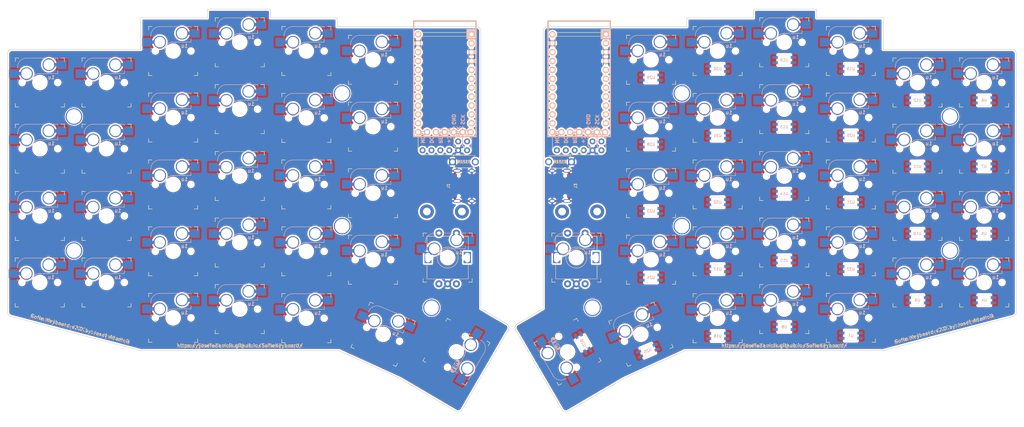
<source format=kicad_pcb>
(kicad_pcb (version 20221018) (generator pcbnew)
  (layers (0 "F.Cu" signal) (31 "B.Cu" signal) (34 "B.Paste" user) (35 "F.Paste" user) (36 "B.SilkS" user "B.Silkscreen") (37 "F.SilkS" user "F.Silkscreen") (38 "B.Mask" user) (39 "F.Mask" user) (44 "Edge.Cuts" user))
  (net 0 "")
  (net 1 "Net-(D1-A)")
  (net 2 "Net-(D2-A)")
  (net 3 "Net-(D3-A)")
  (net 4 "Net-(D4-A)")
  (net 5 "Net-(D6-A)")
  (net 6 "Net-(D7-A)")
  (net 7 "Net-(D8-A)")
  (net 8 "Net-(D9-A)")
  (net 9 "Net-(D10-A)")
  (net 10 "Net-(D11-A)")
  (net 11 "Net-(D12-A)")
  (net 12 "Net-(D13-A)")
  (net 13 "Net-(D14-A)")
  (net 14 "Net-(D15-A)")
  (net 15 "Net-(D16-A)")
  (net 16 "Net-(D17-A)")
  (net 17 "Net-(D18-A)")
  (net 18 "Net-(D19-A)")
  (net 19 "Net-(D20-A)")
  (net 20 "Net-(D21-A)")
  (net 21 "Net-(D22-A)")
  (net 22 "Net-(D23-A)")
  (net 23 "Net-(D24-A)")
  (net 24 "Net-(D25-A)")
  (net 25 "Net-(D26-A)")
  (net 26 "Net-(D27-A)")
  (net 27 "Net-(D28-A)")
  (net 28 "Net-(D29-A)")
  (net 29 "Net-(D30-A)")
  (net 30 "Net-(D31-A)")
  (net 31 "Net-(D32-A)")
  (net 32 "Net-(D33-A)")
  (net 33 "Net-(D34-A)")
  (net 34 "Net-(D36-A)")
  (net 35 "Net-(D37-A)")
  (net 36 "Net-(D38-A)")
  (net 37 "Net-(D39-A)")
  (net 38 "Net-(D40-A)")
  (net 39 "Net-(D41-A)")
  (net 40 "Net-(D42-A)")
  (net 41 "Net-(D43-A)")
  (net 42 "Net-(D44-A)")
  (net 43 "Net-(D45-A)")
  (net 44 "Net-(D46-A)")
  (net 45 "Net-(D47-A)")
  (net 46 "Net-(D48-A)")
  (net 47 "Net-(D49-A)")
  (net 48 "Net-(D50-A)")
  (net 49 "Net-(D51-A)")
  (net 50 "Net-(D52-A)")
  (net 51 "Net-(D53-A)")
  (net 52 "Net-(D54-A)")
  (net 53 "Net-(D55-A)")
  (net 54 "Net-(D56-A)")
  (net 55 "Net-(D57-A)")
  (net 56 "Net-(D58-A)")
  (net 57 "Net-(D59-A)")
  (net 58 "Net-(D60-A)")
  (net 59 "VCC")
  (net 60 "GND")
  (net 61 "SCL")
  (net 62 "SDA")
  (net 63 "Net-(U2-RST)")
  (net 72 "Net-(U3-RST)")
  (net 107 "row0_L")
  (net 108 "row1_L")
  (net 109 "row2_L")
  (net 110 "row3_L")
  (net 111 "row4_L")
  (net 112 "row0_R")
  (net 113 "row1_R")
  (net 114 "row2_R")
  (net 115 "row3_R")
  (net 116 "row4_R")
  (net 117 "SW25B_R")
  (net 118 "SW25B_L")
  (net 119 "SCL_R")
  (net 120 "SDA_R")
  (net 121 "ENCA_L")
  (net 122 "ENCB_L")
  (net 123 "SW25A_L")
  (net 124 "col4_L")
  (net 125 "col3_L")
  (net 126 "col2_L")
  (net 127 "col1_L")
  (net 128 "col0_L")
  (net 129 "ENCA_R")
  (net 130 "ENCB_R")
  (net 131 "SW25A_R")
  (net 132 "col4_R")
  (net 133 "col3_R")
  (net 134 "col2_R")
  (net 135 "col1_R")
  (net 136 "col0_R")
  (net 137 "LED_L")
  (net 138 "DATA_L")
  (net 139 "SDA_L")
  (net 140 "SCL_L")
  (net 141 "LED_R")
  (net 142 "DATA_R")
  (net 143 "VDD")
  (net 144 "Net-(U25-DOUT)")
  (net 147 "Net-(U8-DIN)")
  (net 148 "Net-(U6-DIN)")
  (net 149 "Net-(U5-DOUT)")
  (net 150 "Net-(U4-DOUT)")
  (net 151 "Net-(U31-DIN)")
  (net 152 "Net-(U30-DIN)")
  (net 153 "Net-(U29-DIN)")
  (net 154 "Net-(U28-DIN)")
  (net 155 "Net-(U24-DOUT)")
  (net 156 "Net-(U23-DOUT)")
  (net 157 "Net-(U23-DIN)")
  (net 158 "Net-(U22-DIN)")
  (net 159 "Net-(U21-DIN)")
  (net 160 "Net-(U20-DIN)")
  (net 161 "Net-(U19-DIN)")
  (net 162 "Net-(U18-DIN)")
  (net 163 "Net-(U17-DOUT)")
  (net 164 "Net-(U16-DOUT)")
  (net 165 "Net-(U15-DOUT)")
  (net 166 "Net-(U14-DOUT)")
  (net 167 "Net-(U13-DOUT)")
  (net 168 "Net-(U13-DIN)")
  (net 169 "Net-(U12-DIN)")
  (net 170 "Net-(U11-DIN)")
  (net 171 "Net-(U10-DOUT)")
  (net 172 "Net-(U10-DIN)")
  (net 173 "Net-(U1-VDD)")
  (net 174 "Net-(U1-DOUT)")
  (footprint "SofleKeyboard-footprint:HOLE_M2_TH" (layer "F.Cu") (at 60.371367 74.597461)
    (fp_text reference "TH7" hide)
    (fp_text value "HOLE" hide)
  )
  (footprint "SofleKeyboard-footprint:HOLE_M2_TH" (layer "F.Cu") (at 310.291367 112.897461)
    (fp_text reference "TH12" hide)
    (fp_text value "HOLE" hide)
  )
  (footprint "SofleKeyboard-footprint:HOLE_M2_TH" (layer "F.Cu") (at 310.291367 74.597461)
    (fp_text reference "TH13" hide)
    (fp_text value "HOLE" hide)
  )
  (footprint "SofleKeyboard-footprint:HOLE_M2_TH" (layer "F.Cu") (at 233.791366 67.987462)
    (fp_text reference "TH14" hide)
    (fp_text value "HOLE" hide)
  )
  (footprint "SofleKeyboard-footprint:M2_HOLE_PCB" (layer "F.Cu") (at 171.041367 101.739462)
    (fp_text reference "TH1" hide)
    (fp_text value "HOLE")
  )
  (footprint "SofleKeyboard-footprint:M2_HOLE_PCB" (layer "F.Cu") (at 199.621367 101.739462)
    (fp_text reference "TH9" hide)
    (fp_text value "HOLE")
  )
  (footprint "SofleKeyboard-footprint:M2_HOLE_PCB" (layer "F.Cu") (at 161.041367 101.723461)
    (fp_text reference "TH2" hide)
    (fp_text value "HOLE")
  )
  (footprint "SofleKeyboard-footprint:HRO-TYPE-C-31-M-12-Assembly" (layer "F.Cu") (at 176.441366 94.405462 90)
    (fp_text reference "J1")
    (fp_text value "Conn_01x13")
  )
  (footprint "SofleKeyboard-footprint:HOLE_M2_TH" (layer "F.Cu") (at 136.871367 67.987462)
    (fp_text reference "TH6" hide)
    (fp_text value "HOLE" hide)
  )
  (footprint "SofleKeyboard-footprint:HRO-TYPE-C-31-M-12-Assembly" (layer "F.Cu") (at 194.221366 94.405461 -90)
    (fp_text reference "J3")
    (fp_text value "Conn_01x13")
  )
  (footprint "SofleKeyboard-footprint:HOLE_M2_TH" (layer "F.Cu") (at 208.291366 129.197462)
    (fp_text reference "TH10" hide)
    (fp_text value "HOLE" hide)
  )
  (footprint "SofleKeyboard-footprint:RotaryEncoder_Alps_EC11E-Switch_Vertical_H20mm-keebio_modified" (layer "F.Cu") (at 203.691366 114.887461 90)
    (fp_text reference "SW31" hide)
    (fp_text value "Rotary_Encoder_Switch")
  )
  (footprint "SofleKeyboard-footprint:RotaryEncoder_Alps_EC11E-Switch_Vertical_H20mm-keebio_modified" (layer "F.Cu") (at 166.971366 114.887461 90)
    (fp_text reference "SW1" hide)
    (fp_text value "Rotary_Encoder_Switch")
  )
  (footprint "SofleKeyboard-footprint:ST7735-0.96-OLED-Size" (layer "F.Cu") (at 204.491367 84.245461)
    (fp_text reference "J8")
    (fp_text value "Conn_01x08" hide)
  )
  (footprint "SofleKeyboard-footprint:TACT_SWITCH_TVBP06" (layer "F.Cu") (at 199.047367 87.547461 180)
    (fp_text reference "RSW2" hide)
    (fp_text value "SW_RST" hide)
  )
  (footprint "SofleKeyboard-footprint:HOLE_M2_TH" (layer "F.Cu") (at 162.371366 129.197462)
    (fp_text reference "TH3" hide)
    (fp_text value "HOLE" hide)
  )
  (footprint "SofleKeyboard-footprint:M2_HOLE_PCB" (layer "F.Cu") (at 209.621367 101.723461)
    (fp_text reference "TH8" hide)
    (fp_text value "HOLE")
  )
  (footprint "SofleKeyboard-footprint:ST7735-0.96-OLED-Size" (layer "F.Cu") (at 166.171368 84.245461)
    (fp_text reference "J7")
    (fp_text value "Conn_01x08" hide)
  )
  (footprint "SofleKeyboard-footprint:TACT_SWITCH_TVBP06" (layer "F.Cu") (at 171.615367 87.547461)
    (fp_text reference "RSW1" hide)
    (fp_text value "SW_RST" hide)
  )
  (footprint "SofleKeyboard-footprint:HOLE_M2_TH" (layer "F.Cu") (at 233.791366 105.897462)
    (fp_text reference "TH11" hide)
    (fp_text value "HOLE" hide)
  )
  (footprint "SofleKeyboard-footprint:HOLE_M2_TH" (layer "F.Cu") (at 60.371367 112.897461)
    (fp_text reference "TH5" hide)
    (fp_text value "HOLE" hide)
  )
  (footprint "SofleKeyboard-footprint:SK6812MINI-E" (layer "B.Cu") (at 224.991366 63.467463 180)
    (fp_text reference "U29")
    (fp_text value " ")
    (fp_rect (start -1.778 1.524) (end 1.778 -1.524) (stroke (width 0.05)) (fill none) (layer "Edge.Cuts"))
  )
  (footprint "SofleKeyboard-footprint:SK6812MINI-E" (layer "B.Cu") (at 300.991367 108.067462 180)
    (fp_text reference "U10")
    (fp_text value " ")
    (fp_rect (start -1.778 1.524) (end 1.778 -1.524) (stroke (width 0.05)) (fill none) (layer "Edge.Cuts"))
  )
  (footprint "SofleKeyboard-footprint:SW-HS-1u" (layer "B.Cu") (at 50.671366 64.887461 180)
    (fp_text reference "SW26")
    (fp_text value "SW_PUSH" hide)
  )
  (footprint "SofleKeyboard-footprint:SK6812MINI-E" (layer "B.Cu") (at 262.991366 134.667462 180)
    (fp_text reference "U8")
    (fp_text value " ")
    (fp_rect (start -1.778 1.524) (end 1.778 -1.524) (stroke (width 0.05)) (fill none) (layer "Edge.Cuts"))
  )
  (footprint "SofleKeyboard-footprint:SK6812MINI-E" (layer "B.Cu") (at 281.991366 79.967461 180)
    (fp_text reference "U20")
    (fp_text value " ")
    (fp_rect (start -1.778 1.524) (end 1.778 -1.524) (stroke (width 0.05)) (fill none) (layer "Edge.Cuts"))
  )
  (footprint "SofleKeyboard-footprint:SW-HS-1u" (layer "B.Cu") (at 126.671367 74.987461 180)
    (fp_text reference "SW7")
    (fp_text value "SW_PUSH" hide)
  )
  (footprint "SofleKeyboard-footprint:SW-HS-1u" (layer "B.Cu") (at 69.671366 64.887463 180)
    (fp_text reference "SW21")
    (fp_text value "SW_PUSH" hide)
  )
  (footprint "SofleKeyboard-footprint:SW-HS-1u" (layer "B.Cu") (at 319.991368 64.887462 180)
    (fp_text reference "SW56")
    (fp_text value "SW_PUSH" hide)
  )
  (footprint "SofleKeyboard-footprint:SW-HS-1.5u" (layer "B.Cu") (at 169.471367 141.797461 60)
    (fp_text reference "SW10" hide)
    (fp_text value "SW_PUSH" hide)
  )
  (footprint "SofleKeyboard-footprint:SK6812MINI-E" (layer "B.Cu") (at 262.991368 77.567462 180)
    (fp_text reference "U13")
    (fp_text value " ")
    (fp_rect (start -1.778 1.524) (end 1.778 -1.524) (stroke (width 0.05)) (fill none) (layer "Edge.Cuts"))
  )
  (footprint "SofleKeyboard-footprint:SW-HS-1u" (layer "B.Cu") (at 262.991367 53.397463 180)
    (fp_text reference "SW41")
    (fp_text value "SW_PUSH" hide)
  )
  (footprint "SofleKeyboard-footprint:SW-HS-1u" (layer "B.Cu") (at 281.991367 55.887462 180)
    (fp_text reference "SW46")
    (fp_text value "SW_PUSH" hide)
  )
  (footprint "SofleKeyboard-footprint:SW-HS-1u" (layer "B.Cu") (at 243.991367 55.887462 180)
    (fp_text reference "SW36")
    (fp_text value "SW_PUSH" hide)
  )
  (footprint "SofleKeyboard-footprint:SW-HS-1u" (layer "B.Cu") (at 222.091367 136.787461 -157)
    (fp_text reference "SW45")
    (fp_text value "SW_PUSH" hide)
  )
  (footprint "SofleKeyboard-footprint:SK6812MINI-E" (layer "B.Cu") (at 281.991367 99.067462 180)
    (fp_text reference "U21")
    (fp_text value " ")
    (fp_rect (start -1.778 1.524) (end 1.778 -1.524) (stroke (width 0.05)) (fill none) (layer "Edge.Cuts"))
  )
  (footprint "SofleKeyboard-footprint:SK6812MINI-E" (layer "B.Cu") (at 224.076281 141.463627 23)
    (fp_text reference "U25")
    (fp_text value " ")
    (fp_rect (start -1.778 1.524) (end 1.778 -1.524) (stroke (width 0.05)) (fill none) (layer "Edge.Cuts"))
  )
  (footprint "SofleKeyboard-footprint:SK6812MINI-E" (layer "B.Cu") (at 281.991367 60.967462 180)
    (fp_text reference "U19")
    (fp_text value " ")
    (fp_rect (start -1.778 1.524) (end 1.778 -1.524) (stroke (width 0.05)) (fill none) (layer "Edge.Cuts"))
  )
  (footprint "SofleKeyboard-footprint:SW-HS-1u" (layer "B.Cu") (at 319.991367 83.787462 180)
    (fp_text reference "SW57")
    (fp_text value "SW_PUSH" hide)
  )
  (footprint "SofleKeyboard-footprint:SK6812MINI-E" (layer "B.Cu") (at 281.991367 118.167462 180)
    (fp_text reference "U22")
    (fp_text value " ")
    (fp_rect (start -1.778 1.524) (end 1.778 -1.524) (stroke (width 0.05)) (fill none) (layer "Edge.Cuts"))
  )
  (footprint "SofleKeyboard-footprint:SW-HS-1u" (layer "B.Cu") (at 281.991367 93.987462 180)
    (fp_text reference "SW48")
    (fp_text value "SW_PUSH" hide)
  )
  (footprint "SofleKeyboard-footprint:SW-HS-1u" (layer "B.Cu") (at 320.041366 121.987462 180)
    (fp_text reference "SW59")
    (fp_text value "SW_PUSH" hide)
  )
  (footprint "SofleKeyboard-footprint:SW-HS-1u" (layer "B.Cu") (at 88.671367 93.987462 180)
    (fp_text reference "SW18")
    (fp_text value "SW_PUSH" hide)
  )
  (footprint "SofleKeyboard-footprint:SW-HS-1u" (layer "B.Cu") (at 145.671367 96.487461 180)
    (fp_text reference "SW4")
    (fp_text value "SW_PUSH" hide)
  )
  (footprint "SofleKeyboard-footprint:SK6812MINI-E" (layer "B.Cu") (at 243.991367 118.167461 180)
    (fp_text reference "U17")
    (fp_text value " ")
    (fp_rect (start -1.778 1.524) (end 1.778 -1.524) (stroke (width 0.05)) (fill none) (layer "Edge.Cuts"))
  )
  (footprint "SofleKeyboard-footprint:SW-HS-1u" (layer "B.Cu") (at 262.991368 110.587462 180)
    (fp_text reference "SW44")
    (fp_text value "SW_PUSH" hide)
  )
  (footprint "SofleKeyboard-footprint:SW-HS-1u" (layer "B.Cu") (at 88.671366 113.087462 180)
    (fp_text reference "SW19")
    (fp_text value "SW_PUSH" hide)
  )
  (footprint "SofleKeyboard-footprint:SW-HS-1u" (layer "B.Cu") (at 69.671367 102.987462 180)
    (fp_text reference "SW23")
    (fp_text value "SW_PUSH" hide)
  )
  (footprint "SofleKeyboard-footprint:SK6812MINI-E" (layer "B.Cu") (at 262.991366 96.667462 180)
    (fp_text reference "U14")
    (fp_text value " ")
    (fp_rect (start -1.778 1.524) (end 1.778 -1.524) (stroke (width 0.05)) (fill none) (layer "Edge.Cuts"))
  )
  (footprint "SofleKeyboard-footprint:SW-HS-1u" (layer "B.Cu") (at 88.671367 132.087462 180)
    (fp_text reference "SW30")
    (fp_text value "SW_PUSH" hide)
  )
  (footprint "SofleKeyboard-footprint:Elite-C" (layer "B.Cu") (at 166.171368 65.097462 -90)
    (fp_text reference "U2" hide)
    (fp_text value "Elite-C" hide)
  )
  (footprint "SofleKeyboard-footprint:SK6812MINI-E" (layer "B.Cu") (at 243.991366 60.967462 180)
    (fp_text reference "U30")
    (fp_text value " ")
    (fp_rect (start -1.778 1.524) (end 1.778 -1.524) (stroke (width 0.05)) (fill none) (layer "Edge.Cuts"))
  )
  (footprint "SofleKeyboard-footprint:SK6812MINI-E" (layer "B.Cu") (at 319.991367 88.867462 180)
    (fp_text reference "U7")
    (fp_text value " ")
    (fp_rect (start -1.778 1.524) (end 1.778 -1.524) (stroke (width 0.05)) (fill none) (layer "Edge.Cuts"))
  )
  (footprint "SofleKeyboard-footprint:SW-HS-1u" (layer "B.Cu") (at 145.671367 58.387461 180)
    (fp_text reference "SW2")
    (fp_text value "SW_PUSH" hide)
  )
  (footprint "SofleKeyboard-footprint:SW-HS-1u" (layer "B.Cu") (at 243.991367 93.987462 180)
    (fp_text reference "SW38")
    (fp_text value "SW_PUSH" hide)
  )
  (footprint "SofleKeyboard-footprint:SW-HS-1u" (layer "B.Cu") (at 262.991366 91.587461 180)
    (fp_text reference "SW43")
    (fp_text value "SW_PUSH" hide)
  )
  (footprint "SofleKeyboard-footprint:SW-HS-1u" (layer "B.Cu") (at 88.671368 74.887463 180)
    (fp_text reference "SW17")
    (fp_text value "SW_PUSH" hide)
  )
  (footprint "SofleKeyboard-footprint:SW-HS-1u" (layer "B.Cu") (at 88.671367 55.887462 180)
    (fp_text reference "SW16")
    (fp_text value "SW_PUSH" hide)
  )
  (footprint "SofleKeyboard-footprint:SW-HS-1u" (layer "B.Cu") (at 50.671366 102.987462 180)
    (fp_text reference "SW28")
    (fp_text value "SW_PUSH" hide)
  )
  (footprint "SofleKeyboard-footprint:SK6812MINI-E" (layer "B.Cu") (at 300.991366 127.067462 180)
    (fp_text reference "U9")
    (fp_text value " ")
    (fp_rect (start -1.778 1.524) (end 1.778 -1.524) (stroke (width 0.05)) (fill none) (layer "Edge.Cuts"))
  )
  (footprint "SofleKeyboard-footprint:SK6812MINI-E" (layer "B.Cu") (at 205.590776 139.257461 -60)
    (fp_text reference "U26")
    (fp_text value " ")
    (fp_rect (start -1.778 1.524) (end 1.778 -1.524) (stroke (width 0.05)) (fill none) (layer "Edge.Cuts"))
  )
  (footprint "SofleKeyboard-footprint:SK6812MINI-E" (layer "B.Cu") (at 319.991366 69.967461 180)
    (fp_text reference "U6")
    (fp_text value " ")
    (fp_rect (start -1.778 1.524) (end 1.778 -1.524) (stroke (width 0.05)) (fill none) (layer "Edge.Cuts"))
  )
  (footprint "SofleKeyboard-footprint:SW-HS-1u" (layer "B.Cu") (at 281.991367 132.087462 180)
    (fp_text reference "SW60")
    (fp_text value "SW_PUSH" hide)
  )
  (footprint "SofleKeyboard-footprint:SW-HS-1u" (layer "B.Cu") (at 126.671366 55.887461 180)
    (fp_text reference "SW6")
    (fp_text value "SW_PUSH" hide)
  )
  (footprint "SofleKeyboard-footprint:SK6812MINI-E" (layer "B.Cu") (at 262.991366 58.477461 180)
    (fp_text reference "U18")
    (fp_text value " ")
    (fp_rect (start -1.778 1.524) (end 1.778 -1.524) (stroke (width 0.05)) (fill none) (layer "Edge.Cuts"))
  )
  (footprint "SofleKeyboard-footprint:SW-HS-1u" (layer "B.Cu") (at 319.991367 102.987462 180)
    (fp_text reference "SW58")
    (fp_text value "SW_PUSH" hide)
  )
  (footprint "SofleKeyboard-footprint:SW-HS-1u" (layer "B.Cu") (at 107.671366 72.487461 180)
    (fp_text reference "SW12")
    (fp_text value "SW_PUSH" hide)
  )
  (footprint "SofleKeyboard-footprint:SK6812MINI-E" (layer "B.Cu") (at 224.991366 101.567463 180)
    (fp_text reference "U23")
    (fp_text value " ")
    (fp_rect (start -1.778 1.524) (end 1.778 -1.524) (stroke (width 0.05)) (fill none) (layer "Edge.Cuts"))
  )
  (footprint "SofleKeyboard-footprint:SW-HS-1u" (layer "B.Cu") (at 126.671367 132.187462 180)
    (fp_text reference "SW20")
    (fp_text value "SW_PUSH" hide)
  )
  (footprint "SofleKeyboard-footprint:SW-HS-1u" (layer "B.Cu") (at 126.671366 93.987461 180)
    (fp_text reference "SW8")
    (fp_text value "SW_PUSH" hide)
  )
  (footprint "SofleKeyboard-footprint:SW-HS-1u" (layer "B.Cu") (at 69.671366 83.787461 180)
    (fp_text reference "SW22")
    (fp_text value "SW_PUSH" hide)
  )
  (footprint "SofleKeyboard-footprint:SK6812MINI-E" (layer "B.Cu") (at 281.991367 137.167462 180)
    (fp_text reference "U1")
    (fp_text value " ")
    (fp_rect (start -1.778 1.524) (end 1.778 -1.524) (stroke (width 0.05)) (fill none) (layer "Edge.Cuts"))
  )
  (footprint "SofleKeyboard-footprint:SK6812MINI-E" (layer "B.Cu") (at 224.991367 120.567462 180)
    (fp_text reference "U24")
    (fp_text value " ")
    (fp_rect (start -1.778 1.524) (end 1.778 -1.524) (stroke (width 0.05)) (fill none) (layer "Edge.Cuts"))
  )
  (footprint "SofleKeyboard-footprint:SW-HS-1.5u" (layer "B.Cu") (at 201.191367 141.797461 -60)
    (fp_text reference "SW40" hide)
    (fp_text value "SW_PUSH" hide)
  )
  (footprint "SofleKeyboard-footprint:SW-HS-1u" (layer "B.Cu") (at 300.991366 64.887462 180)
    (fp_text reference "SW51")
    (fp_text value "SW_PUSH" hide)
  )
  (footprint "SofleKeyboard-footprint:SW-HS-1u" (layer "B.Cu") (at 107.671366 110.587462 180)
    (fp_text reference "SW14")
    (fp_text value "SW_PUSH" hide)
  )
  (footprint "SofleKeyboard-footprint:SW-HS-1u" (layer "B.Cu") (at 50.671367 83.787462 180)
    (fp_text reference "SW27")
    (fp_text value "SW_PUSH" hide)
  )
  (footprint "SofleKeyboard-footprint:SW-HS-1u" (layer "B.Cu") (at 224.991367 115.487462 180)
    (fp_text reference "SW35")
    (fp_text value "SW_PUSH" hide)
  )
  (footprint "SofleKeyboard-footprint:SW-HS-1u" (layer "B.Cu") (at 145.671367 77.487463 180)
    (fp_text reference "SW3")
    (fp_text value "SW_PUSH" hide)
  )
  (footprint "SofleKeyboard-footprint:SW-HS-1u" (layer "B.Cu") (at 50.621366 121.987463 180)
    (fp_text reference "SW29")
    (fp_text value "SW_PUSH" hide)
  )
  (footprint "SofleKeyboard-footprint:SW-HS-1u" (layer "B.Cu") (at 126.671367 113.087461 180)
    (fp_text reference "SW9")
    (fp_text value "SW_PUSH" hide)
  )
  (footprint "SofleKeyboard-footprint:HOLE_M2_TH" (layer "B.Cu") (at 136.871367 105.897462 180)
    (fp_text reference "TH4" hide)
    (fp_text value "HOLE" hide)
  )
  (footprint "SofleKeyboard-footprint:SW-HS-1u" (layer "B.Cu") (at 145.671367 115.487462 180)
    (fp_text reference "SW5")
    (fp_text value "SW_PUSH" hide)
  )
  (footprint "SofleKeyboard-footprint:SW-HS-1u" (layer "B.Cu") (at 281.991366 113.087462 180)
    (fp_text reference "SW49")
    (fp_text value "SW_PUSH" hide)
  )
  (footprint "SofleKeyboard-footprint:SK6812MINI-E" (layer "B.Cu") (at 243.991367 80.067461 180)
    (fp_text reference "U31")
    (fp_text value " ")
    (fp_rect (start -1.778 1.524) (end 1.778 -1.524) (stroke (width 0.05)) (fill none) (layer "Edge.Cuts"))
  )
  (footprint "SofleKeyboard-footprint:SK6812MINI-E" (layer "B.Cu") (at 243.991366 99.067461 180)
    (fp_text reference "U32")
    (fp_text value " ")
    (fp_rect (start -1.778 1.524) (end 1.778 -1.524) (stroke (width 0.05)) (fill none) (layer "Edge.Cuts"))
  )
  (footprint "SofleKeyboard-footprint:SW-HS-1u" (layer "B.Cu") (at 300.991367 83.787462 180)
    (fp_text reference "SW52")
    (fp_text value "SW_PUSH" hide)
  )
  (footprint "SofleKeyboard-footprint:SW-HS-1u" (layer "B.Cu") (at 107.671367 129.587461 180)
    (fp_text reference "SW25")
    (fp_text value "SW_PUSH" hide)
  )
  (footprint "SofleKeyboard-footprint:SW-HS-1u" (layer "B.Cu") (at 262.991368 72.487462 180)
    (fp_text reference "SW42")
    (fp_text value "SW_PUSH" hide)
  )
  (footprint "SofleKeyboard-footprint:SW-HS-1u" (layer "B.Cu") (at 262.991367 129.587461 180)
    (fp_text reference "SW55")
    (fp_text value "SW_PUSH" hide)
  )
  (footprint "SofleKeyboard-footprint:SW-HS-1u" (layer "B.Cu") (at 224.991367 77.487462 180)
    (fp_text reference "SW33")
    (fp_text value "SW_PUSH" hide)
  )
  (footprint "SofleKeyboard-footprint:SW-HS-1u" (layer "B.Cu") (at 69.671367 121.987461 180)
    (fp_text reference "SW24")
    (fp_text value "SW_PUSH" hide)
  )
  (footprint "SofleKeyboard-footprint:SW-HS-1u" (layer "B.Cu") (at 300.991367 102.987461 180)
    (fp_text reference "SW53")
    (fp_text value "SW_PUSH" hide)
  )
  (footprint "SofleKeyboard-footprint:SK6812MINI-E" (layer "B.Cu") (at 319.991366 108.067461 180)
    (fp_text reference "U5")
    (fp_text value " ")
    (fp_rect (start -1.778 1.524) (end 1.778 -1.524) (stroke (width 0.05)) (fill none) (layer "Edge.Cuts"))
  )
  (footprint "SofleKeyboard-footprint:SK6812MINI-E" (layer "B.Cu") (at 224.991367 82.567462 180)
    (fp_text reference "U28")
    (fp_text value " ")
    (fp_rect (start -1.778 1.524) (end 1.778 -1.524) (stroke (width 0.05)) (fill none) (layer "Edge.Cuts"))
  )
  (footprint "SofleKeyboard-footprint:SK6812MINI-E" (layer "B.Cu") (at 262.991368 115.667462 180)
    (fp_text reference "U15")
    (fp_text value " ")
    (fp_rect (start -1.778 1.524) (end 1.778 -1.524) (stroke (width 0.05)) (fill none) (layer "Edge.Cuts"))
  )
  (footprint "SofleKeyboard-footprint:SW-HS-1u" (layer "B.Cu") (at 224.991367 58.387461 180)
    (fp_text reference "SW32")
    (fp_text value "SW_PUSH" hide)
  )
  (footprint "SofleKeyboard-footprint:SW-HS-1u" (layer "B.Cu") (at 281.991367 74.887462 180)
    (fp_text reference "SW47")
    (fp_text value "SW_PUSH" hide)
  )
  (footprint "SofleKeyboard-footprint:SW-HS-1u" (layer "B.Cu") (at 148.571368 136.787462 157)
    (fp_text reference "SW15")
    (fp_text value "SW_PUSH" hide)
  )
  (footprint "SofleKeyboard-footprint:SK6812MINI-E" (layer "B.Cu") (at 300.991367 88.867462 180)
    (fp_text reference "U11")
    (fp_text value " ")
    (fp_rect (start -1.778 1.524) (end 1.778 -1.524) (stroke (width 0.05)) (fill none) (layer "Edge.Cuts"))
  )
  (footprint "SofleKeyboard-footprint:SK6812MINI-E" (layer "B.Cu") (at 300.991367 69.967462 180)
    (fp_text reference "U12")
    (fp_text value " ")
    (fp_rect (start -1.778 1.524) (end 1.778 -1.524) (stroke (width 0.05)) (fill none) (layer "Edge.Cuts"))
  )
  (footprint "SofleKeyboard-footprint:SW-HS-1u" (layer "B.Cu") (at 107.671366 53.397462 180)
    (fp_text reference "SW11")
    (fp_text value "SW_PUSH" hide)
  )
  (footprint "SofleKeyboard-footprint:SW-HS-1u" (layer "B.Cu") (at 224.991367 96.487461 180)
    (fp_text reference "SW34")
    (fp_text value "SW_PUSH" hide)
  )
  (footprint "SofleKeyboard-footprint:SK6812MINI-E" (layer "B.Cu") (at 243.991366 137.267462 180)
    (fp_text reference "U16")
    (fp_text value " ")
    (fp_rect (start -1.778 1.524) (end 1.778 -1.524) (stroke (width 0.05)) (fill none) (layer "Edge.Cuts"))
  )
  (footprint "SofleKeyboard-footprint:SW-HS-1u" (layer "B.Cu") (at 107.671367 91.587462 180)
    (fp_text reference "SW13")
    (fp_text value "SW_PUSH" hide)
  )
  (footprint "SofleKeyboard-footprint:SW-HS-1u" (layer "B.Cu") (at 243.991367 74.987461 180)
    (fp_text reference "SW37")
    (fp_text value "SW_PUSH" hide)
  )
  (footprint "SofleKeyboard-footprint:SW-HS-1u" (layer "B.Cu") (at 243.991367 132.187463 180)
    (fp_text reference "SW50")
    (fp_text value "SW_PUSH" hide)
  )
  (footprint "SofleKeyboard-footprint:SW-HS-1u" (layer "B.Cu") (at 243.991367 113.087461 180)
    (fp_text reference "SW39")
    (fp_text value "SW_PUSH" hide)
  )
  (footprint "SofleKeyboard-footprint:SK6812MINI-E" (layer "B.Cu") (at 320.041367 127.067461 180)
    (fp_text reference "U4")
    (fp_text value " ")
    (fp_rect (start -1.778 1.524) (end 1.778 -1.524) (stroke (width 0.05)) (fill none) (layer "Edge.Cuts"))
  )
  (footprint "SofleKeyboard-footprint:SW-HS-1u" (layer "B.Cu") (at 300.991367 121.987461 180)
    (fp_text reference "SW54")
    (fp_text value "SW_PUSH" hide)
  )
  (footprint "SofleKeyboard-footprint:SW-HS-1u" (layer "B.Cu") (at 203.691366 114.887461 180)
    (fp_text reference "SW61")
    (fp_text value "SW_PUSH" hide)
  )
  (footprint "SofleKeyboard-footprint:Elite-C" (layer "B.Cu") (at 204.491366 65.097461 -90)
    (fp_text reference "U3" hide)
    (fp_text value "Elite-C" hide)
  )
  (footprint "SofleKeyboard-footprint:SW-HS-1u" (layer "B.Cu") (at 166.971366 114.887461 180)
    (fp_text reference "SW62")
    (fp_text value "SW_PUSH" hide)
  )
  (gr_line (start 171.082472 158.334105) (end 184.304184 135.53805) (stroke (width 0.15)) (layer "Edge.Cuts"))
  (gr_arc (start 186.358547 135.538051) (mid 186.22698 134.576469) (end 186.8129 133.802732) (stroke (width 0.15)) (layer "Edge.Cuts"))
  (gr_line (start 194.221367 108.327461) (end 194.221366 108.939461) (stroke (width 0.15)) (layer "Edge.Cuts"))
  (gr_line (start 116.441366 46.439461) (end 116.441367 43.939461) (stroke (width 0.15)) (layer "Edge.Cuts"))
  (gr_line (start 135.941367 141.439461) (end 153.441368 149.439462) (stroke (width 0.15)) (layer "Edge.Cuts"))
  (gr_line (start 191.721366 130.939462) (end 186.818366 133.799545) (stroke (width 0.15)) (layer "Edge.Cuts"))
  (gr_arc (start 79.605675 141.439461) (mid 79.442724 141.428965) (end 79.282468 141.397646) (stroke (width 0.15)) (layer "Edge.Cuts"))
  (gr_line (start 291.380264 141.397645) (end 328.274574 131.688618) (stroke (width 0.15)) (layer "Edge.Cuts"))
  (gr_arc (start 194.221366 50.209461) (mid 194.593341 49.311435) (end 195.491367 48.939461) (stroke (width 0.15)) (layer "Edge.Cuts"))
  (gr_arc (start 171.082472 158.334105) (mid 170.306378 158.925323) (end 169.339968 158.79158) (stroke (width 0.15)) (layer "Edge.Cuts"))
  (gr_line (start 235.221367 46.439462) (end 254.221367 46.439462) (stroke (width 0.15)) (layer "Edge.Cuts"))
  (gr_line (start 79.441366 55.439461) (end 42.711367 55.439462) (stroke (width 0.15)) (layer "Edge.Cuts"))
  (gr_line (start 178.941367 130.939462) (end 176.441367 129.439461) (stroke (width 0.15)) (layer "Edge.Cuts"))
  (gr_line (start 201.322764 158.79158) (end 217.221367 149.439462) (stroke (width 0.15)) (layer "Edge.Cuts"))
  (gr_line (start 272.221367 43.939461) (end 272.221366 46.439461) (stroke (width 0.15)) (layer "Edge.Cuts"))
  (gr_arc (start 291.380264 141.397645) (mid 291.220008 141.428962) (end 291.057059 141.439461) (stroke (width 0.15)) (layer "Edge.Cuts"))
  (gr_line (start 194.221366 108.939461) (end 194.221367 129.439461) (stroke (width 0.15)) (layer "Edge.Cuts"))
  (gr_line (start 98.441368 46.439461) (end 79.441367 46.439461) (stroke (width 0.15)) (layer "Edge.Cuts"))
  (gr_line (start 329.221367 130.460432) (end 329.221366 56.709461) (stroke (width 0.15)) (layer "Edge.Cuts"))
  (gr_line (start 175.171366 48.939461) (end 154.941367 48.939462) (stroke (width 0.15)) (layer "Edge.Cuts"))
  (gr_line (start 153.441368 149.439462) (end 169.339967 158.791579) (stroke (width 0.15)) (layer "Edge.Cuts"))
  (gr_line (start 135.441366 46.439461) (end 116.441366 46.439461) (stroke (width 0.15)) (layer "Edge.Cuts"))
  (gr_arc (start 183.844367 133.799544) (mid 184.434163 134.570345) (end 184.307358 135.532577) (stroke (width 0.15)) (layer "Edge.Cuts"))
  (gr_line (start 79.605675 141.439461) (end 135.941367 141.439461) (stroke (width 0.15)) (layer "Edge.Cuts"))
  (gr_arc (start 201.322764 158.79158) (mid 200.356364 158.925288) (end 199.580261 158.334104) (stroke (width 0.15)) (layer "Edge.Cuts"))
  (gr_line (start 154.941367 48.939462) (end 135.441366 48.939461) (stroke (width 0.15)) (layer "Edge.Cuts"))
  (gr_line (start 183.844367 133.799544) (end 178.941367 130.939462) (stroke (width 0.15)) (layer "Edge.Cuts"))
  (gr_line (start 98.441367 43.939461) (end 98.441368 46.439461) (stroke (width 0.15)) (layer "Edge.Cuts"))
  (gr_line (start 194.221367 129.439461) (end 191.721366 130.939462) (stroke (width 0.15)) (layer "Edge.Cuts"))
  (gr_arc (start 175.171366 48.939461) (mid 176.069393 49.311435) (end 176.441367 50.209462) (stroke (width 0.15)) (layer "Edge.Cuts"))
  (gr_line (start 176.441366 108.327462) (end 176.441367 50.209462) (stroke (width 0.15)) (layer "Edge.Cuts"))
  (gr_arc (start 329.221367 130.460432) (mid 328.957204 131.235826) (end 328.274574 131.688618) (stroke (width 0.15)) (layer "Edge.Cuts"))
  (gr_line (start 186.358547 135.538051) (end 199.58026 158.334104) (stroke (width 0.15)) (layer "Edge.Cuts"))
  (gr_line (start 194.221366 50.209461) (end 194.221367 108.327461) (stroke (width 0.15)) (layer "Edge.Cuts"))
  (gr_line (start 116.441367 43.939461) (end 98.441367 43.939461) (stroke (width 0.15)) (layer "Edge.Cuts"))
  (gr_line (start 79.441367 46.439461) (end 79.441366 55.439461) (stroke (width 0.15)) (layer "Edge.Cuts"))
  (gr_line (start 176.441367 108.939462) (end 176.441366 108.327462) (stroke (width 0.15)) (layer "Edge.Cuts"))
  (gr_line (start 234.721367 141.439461) (end 291.057058 141.439462) (stroke (width 0.15)) (layer "Edge.Cuts"))
  (gr_line (start 42.38816 131.688617) (end 79.282468 141.397646) (stroke (width 0.15)) (layer "Edge.Cuts"))
  (gr_arc (start 327.951367 55.439462) (mid 328.849392 55.811436) (end 329.221366 56.709461) (stroke (width 0.15)) (layer "Edge.Cuts"))
  (gr_line (start 235.221367 48.939461) (end 235.221367 46.439462) (stroke (width 0.15)) (layer "Edge.Cuts"))
  (gr_line (start 41.441368 56.709461) (end 41.441366 130.460433) (stroke (width 0.15)) (layer "Edge.Cuts"))
  (gr_line (start 195.491367 48.939461) (end 215.721367 48.939462) (stroke (width 0.15)) (layer "Edge.Cuts"))
  (gr_arc (start 42.38816 131.688617) (mid 41.705551 131.23581) (end 41.441367 130.460432) (stroke (width 0.15)) (layer "Edge.Cuts"))
  (gr_line (start 254.221367 46.439462) (end 254.221367 43.939461) (stroke (width 0.15)) (layer "Edge.Cuts"))
  (gr_line (start 217.221367 149.439462) (end 234.721367 141.439461) (stroke (width 0.15)) (layer "Edge.Cuts"))
  (gr_line (start 135.441366 48.939461) (end 135.441366 46.439461) (stroke (width 0.15)) (layer "Edge.Cuts"))
  (gr_line (start 215.721367 48.939462) (end 235.221367 48.939461) (stroke (width 0.15)) (layer "Edge.Cuts"))
  (gr_arc (start 41.441368 56.709461) (mid 41.813342 55.811437) (end 42.711367 55.439462) (stroke (width 0.15)) (layer "Edge.Cuts"))
  (gr_line (start 272.221366 46.439461) (end 291.221366 46.439462) (stroke (width 0.15)) (layer "Edge.Cuts"))
  (gr_line (start 291.221366 46.439462) (end 291.221366 55.439461) (stroke (width 0.15)) (layer "Edge.Cuts"))
  (gr_line (start 291.221366 55.439461) (end 327.951367 55.439462) (stroke (width 0.15)) (layer "Edge.Cuts"))
  (gr_line (start 254.221367 43.939461) (end 272.221367 43.939461) (stroke (width 0.15)) (layer "Edge.Cuts"))
  (gr_line (start 176.441367 129.439461) (end 176.441367 108.939462) (stroke (width 0.15)) (layer "Edge.Cuts"))
  (gr_text "Sofle Keyboard v2.0 by Josef Adamcik" (at 308.421367 135.239462 15) (layer "B.SilkS") (effects (font (size 1 1)) (justify mirror)))
  (gr_text "Sofle Keyboard v2.0 by Josef Adamcik" (at 61.991366 135.189461 -15) (layer "B.SilkS") (effects (font (size 1 1)) (justify mirror)))
  (gr_text "https://josefadamcik.github.io/SofleKeyboard/" (at 262.971366 139.989462) (layer "B.SilkS") (effects (font (size 1 1)) (justify mirror)))
  (gr_text "https://josefadamcik.github.io/SofleKeyboard/" (at 107.641366 139.989462) (layer "B.SilkS") (effects (font (size 1 1)) (justify mirror)))
  (gr_text "Sofle Keyboard v2.0 by Josef Adamcik" (at 62.241367 135.239462 -15) (layer "F.SilkS") (effects (font (size 1 1))))
  (gr_text "https://josefadamcik.github.io/SofleKeyboard/" (at 107.691367 139.989461) (layer "F.SilkS") (effects (font (size 1 1))))
  (gr_text "https://josefadamcik.github.io/SofleKeyboard/" (at 263.021366 139.989461) (layer "F.SilkS") (effects (font (size 1 1))))
  (gr_text "Sofle Keyboard v2.0 by Josef Adamcik" (at 308.671367 135.189462 15) (layer "F.SilkS") (effects (font (size 1 1))))
  (segment (start 201.916367 91.000462) (end 201.001367 90.085462) (width 0.5) (layer "F.Cu") (net 60))
  (segment (start 168.746366 97.630463) (end 168.746368 97.810461) (width 0.5) (layer "F.Cu") (net 60))
  (segment (start 168.746366 91.180461) (end 168.746368 91.000461) (width 0.5) (layer "F.Cu") (net 60))
  (segment (start 201.916367 97.810462) (end 201.001367 98.725461) (width 0.5) (layer "F.Cu") (net 60))
  (segment (start 201.001367 98.725461) (end 196.821367 98.725461) (width 0.5) (layer "F.Cu") (net 60))
  (segment (start 196.821366 90.085461) (end 196.821367 98.725461) (width 0.5) (layer "F.Cu") (net 60))
  (segment (start 201.916367 91.180462) (end 201.916367 91.000462) (width 0.5) (layer "F.Cu") (net 60))
  (segment (start 201.916366 97.630462) (end 201.916367 97.810462) (width 0.5) (layer "F.Cu") (net 60))
  (segment (start 173.841367 90.085462) (end 173.841367 98.725463) (width 0.5) (layer "F.Cu") (net 60))
  (segment (start 169.661367 98.725461) (end 173.841367 98.725463) (width 0.5) (layer "F.Cu") (net 60))
  (segment (start 169.661367 90.085462) (end 173.841367 90.085462) (width 0.5) (layer "F.Cu") (net 60))
  (segment (start 201.001367 90.085462) (end 196.821366 90.085461) (width 0.5) (layer "F.Cu") (net 60))
  (segment (start 168.746368 97.810461) (end 169.661367 98.725461) (width 0.5) (layer "F.Cu") (net 60))
  (segment (start 168.746368 91.000461) (end 169.661367 90.085462) (width 0.5) (layer "F.Cu") (net 60))
  (zone (net 60) (net_name "GND") (layers "F&B.Cu") (connect_pads (clearance 0.508)) (min_thickness 0.25) (fill yes (thermal_gap 0.5) (thermal_bridge_width 0.5))
    (polygon (pts (xy 39.281366 41.319461) (xy 331.381367 41.319462) (xy 331.381367 163.239461) (xy 328.841367 163.239463) (xy 39.281367 163.239461)))
  )
)
</source>
